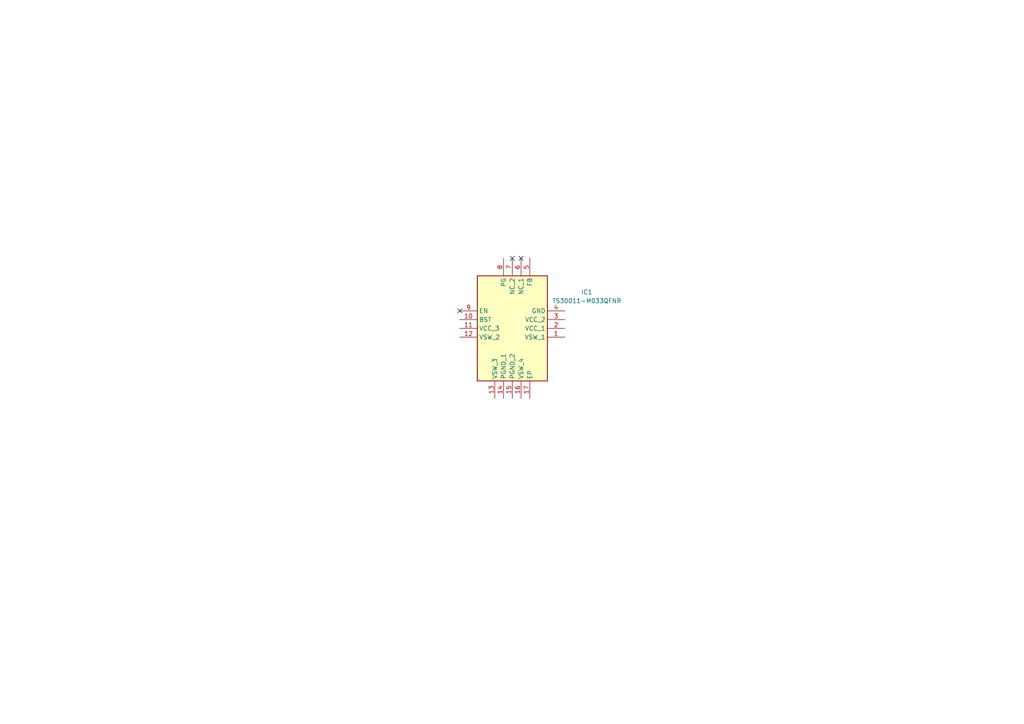
<source format=kicad_sch>
(kicad_sch (version 20250114) (generator "eeschema") (generator_version "9.0")
  (paper "A4")
  (lib_symbols
    (symbol "SamacSys_Parts:TS30011-M033QFNR"
      (property "Reference" "IC" (at 26.67 17.78 0))
      (property "Value" "TS30011-M033QFNR" (at 26.67 15.24 0))
      (symbol "TS30011-M033QFNR_1_1"
        (rectangle (start 5.08 12.7) (end 25.4 -17.78) (stroke (width 0.254)) (fill (type background)))
        (pin passive line (at 0 0 0) (length 5.08) (name "VSW_1") (number "1"))
        (pin passive line (at 0 -2.54 0) (length 5.08) (name "VCC_1") (number "2"))
        (pin passive line (at 0 -5.08 0) (length 5.08) (name "VCC_2") (number "3"))
        (pin passive line (at 0 -7.62 0) (length 5.08) (name "GND") (number "4"))
        (pin passive line (at 10.16 17.78 270) (length 5.08) (name "EP") (number "17"))
        (pin passive line (at 10.16 -22.86 90) (length 5.08) (name "FB") (number "5"))
        (pin passive line (at 12.7 17.78 270) (length 5.08) (name "VSW_4") (number "16"))
        (pin passive line (at 12.7 -22.86 90) (length 5.08) (name "NC_1") (number "6"))
        (pin passive line (at 15.24 17.78 270) (length 5.08) (name "PGND_2") (number "15"))
        (pin passive line (at 15.24 -22.86 90) (length 5.08) (name "NC_2") (number "7"))
        (pin passive line (at 17.78 17.78 270) (length 5.08) (name "PGND_1") (number "14"))
        (pin passive line (at 17.78 -22.86 90) (length 5.08) (name "PG") (number "8"))
        (pin passive line (at 20.32 17.78 270) (length 5.08) (name "VSW_3") (number "13"))
        (pin passive line (at 30.48 0 180) (length 5.08) (name "VSW_2") (number "12"))
        (pin passive line (at 30.48 -2.54 180) (length 5.08) (name "VCC_3") (number "11"))
        (pin passive line (at 30.48 -5.08 180) (length 5.08) (name "BST") (number "10"))
        (pin passive line (at 30.48 -7.62 180) (length 5.08) (name "EN") (number "9"))
      )
    )
  )
  (no_connect (at 148.59 74.93))
  (no_connect (at 133.35 90.17))
  (no_connect (at 151.13 74.93))
  (symbol (lib_id "SamacSys_Parts:TS30011-M033QFNR") (at 163.83 97.79 180) (unit 1)
    (property "Reference" "IC1" (at 170.18 84.7246 0))
    (property "Value" "TS30011-M033QFNR" (at 170.18 87.2646 0))
    (property "Footprint" "QFN50P300X300X100-17N-D" (effects (hide yes)))
    (property "Datasheet" "https://mouser.componentsearchengine.com/Datasheets/1/TS30011-M033QFNR.pdf" (effects (hide yes)))
    (property "Description" "Switching Voltage Regulators IC Hi-Eff 1Amp DC/DC Conv 1MHz 3.3V Outpt" (effects (hide yes)))
    (property "Height" "1" (effects (hide yes)))
    (property "Manufacturer_Name" "SEMTECH" (effects (hide yes)))
    (property "Manufacturer_Part_Number" "TS30011-M033QFNR" (effects (hide yes)))
    (property "Mouser Part Number" "947-TS30011-M033QFNR" (effects (hide yes)))
    (property "Mouser Price/Stock" "https://www.mouser.co.uk/ProductDetail/Semtech/TS30011-M033QFNR?qs=EumP11lMQtPTVwa8jI%252BACw%3D%3D" (effects (hide yes)))
    (property "Arrow Part Number" "TS30011-M033QFNR" (effects (hide yes)))
    (property "Arrow Price/Stock" "https://www.arrow.com/en/products/ts30011-m033qfnr/semtech?region=nac" (effects (hide yes)))
  )
)
</source>
